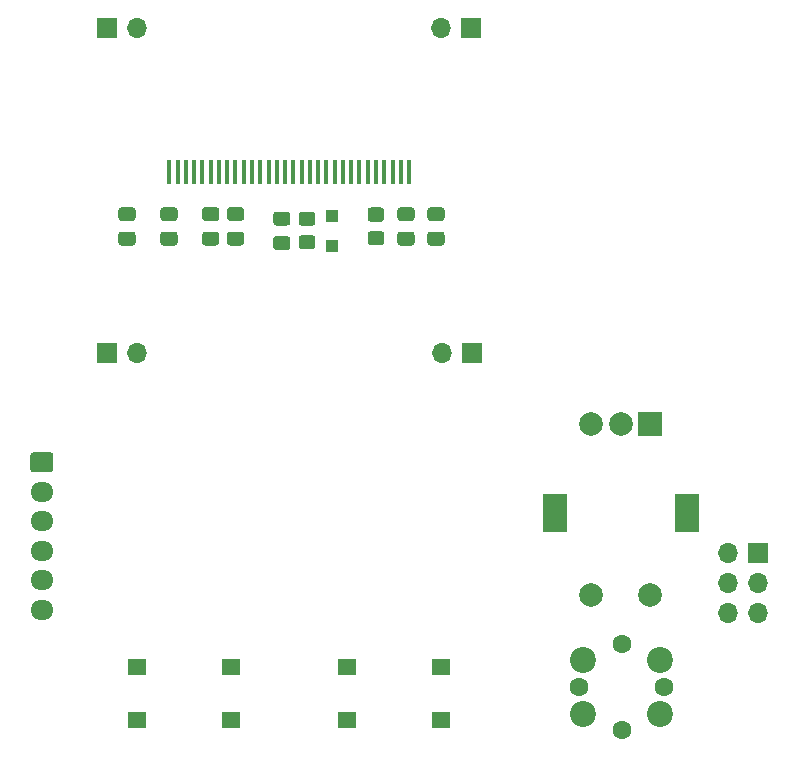
<source format=gbr>
%TF.GenerationSoftware,KiCad,Pcbnew,(5.1.8)-1*%
%TF.CreationDate,2021-01-01T19:26:51+01:00*%
%TF.ProjectId,Panel,50616e65-6c2e-46b6-9963-61645f706362,2*%
%TF.SameCoordinates,Original*%
%TF.FileFunction,Soldermask,Top*%
%TF.FilePolarity,Negative*%
%FSLAX46Y46*%
G04 Gerber Fmt 4.6, Leading zero omitted, Abs format (unit mm)*
G04 Created by KiCad (PCBNEW (5.1.8)-1) date 2021-01-01 19:26:51*
%MOMM*%
%LPD*%
G01*
G04 APERTURE LIST*
%ADD10C,1.600000*%
%ADD11C,2.200000*%
%ADD12R,1.000000X1.000000*%
%ADD13R,1.700000X1.700000*%
%ADD14O,1.700000X1.700000*%
%ADD15O,1.950000X1.700000*%
%ADD16R,2.000000X2.000000*%
%ADD17C,2.000000*%
%ADD18R,2.000000X3.200000*%
%ADD19R,1.600000X1.400000*%
%ADD20R,0.400000X2.000000*%
G04 APERTURE END LIST*
D10*
%TO.C,SW104*%
X118269200Y-114122200D03*
X125469200Y-114122200D03*
X121869200Y-117722200D03*
X121869200Y-110522200D03*
D11*
X125119200Y-111872200D03*
X118619200Y-111872200D03*
X118619200Y-116372200D03*
X125119200Y-116372200D03*
%TD*%
D12*
%TO.C,D201*%
X97307400Y-74276900D03*
X97307400Y-76776900D03*
%TD*%
D13*
%TO.C,J104*%
X109169200Y-85852000D03*
D14*
X106629200Y-85852000D03*
%TD*%
D13*
%TO.C,J101*%
X78308200Y-85852000D03*
D14*
X80848200Y-85852000D03*
%TD*%
D15*
%TO.C,J102*%
X72771000Y-107597600D03*
X72771000Y-105097600D03*
X72771000Y-102597600D03*
X72771000Y-100097600D03*
X72771000Y-97597600D03*
G36*
G01*
X72046000Y-94247600D02*
X73496000Y-94247600D01*
G75*
G02*
X73746000Y-94497600I0J-250000D01*
G01*
X73746000Y-95697600D01*
G75*
G02*
X73496000Y-95947600I-250000J0D01*
G01*
X72046000Y-95947600D01*
G75*
G02*
X71796000Y-95697600I0J250000D01*
G01*
X71796000Y-94497600D01*
G75*
G02*
X72046000Y-94247600I250000J0D01*
G01*
G37*
%TD*%
D16*
%TO.C,SW101*%
X124297440Y-91859100D03*
D17*
X121797440Y-91859100D03*
X119297440Y-91859100D03*
D18*
X127397440Y-99359100D03*
X116197440Y-99359100D03*
D17*
X124297440Y-106359100D03*
X119297440Y-106359100D03*
%TD*%
D19*
%TO.C,SW103*%
X106581200Y-112392900D03*
X98581200Y-112392900D03*
X106581200Y-116892900D03*
X98581200Y-116892900D03*
%TD*%
%TO.C,SW102*%
X88797900Y-112392900D03*
X80797900Y-112392900D03*
X88797900Y-116892900D03*
X80797900Y-116892900D03*
%TD*%
D14*
%TO.C,J103*%
X130873500Y-107823000D03*
X133413500Y-107823000D03*
X130873500Y-105283000D03*
X133413500Y-105283000D03*
X130873500Y-102743000D03*
D13*
X133413500Y-102743000D03*
%TD*%
%TO.C,C207*%
G36*
G01*
X105671600Y-75570500D02*
X106621600Y-75570500D01*
G75*
G02*
X106871600Y-75820500I0J-250000D01*
G01*
X106871600Y-76495500D01*
G75*
G02*
X106621600Y-76745500I-250000J0D01*
G01*
X105671600Y-76745500D01*
G75*
G02*
X105421600Y-76495500I0J250000D01*
G01*
X105421600Y-75820500D01*
G75*
G02*
X105671600Y-75570500I250000J0D01*
G01*
G37*
G36*
G01*
X105671600Y-73495500D02*
X106621600Y-73495500D01*
G75*
G02*
X106871600Y-73745500I0J-250000D01*
G01*
X106871600Y-74420500D01*
G75*
G02*
X106621600Y-74670500I-250000J0D01*
G01*
X105671600Y-74670500D01*
G75*
G02*
X105421600Y-74420500I0J250000D01*
G01*
X105421600Y-73745500D01*
G75*
G02*
X105671600Y-73495500I250000J0D01*
G01*
G37*
%TD*%
D14*
%TO.C,J201*%
X106578400Y-58331100D03*
D13*
X109118400Y-58331100D03*
%TD*%
%TO.C,C205*%
G36*
G01*
X92616000Y-75951500D02*
X93566000Y-75951500D01*
G75*
G02*
X93816000Y-76201500I0J-250000D01*
G01*
X93816000Y-76876500D01*
G75*
G02*
X93566000Y-77126500I-250000J0D01*
G01*
X92616000Y-77126500D01*
G75*
G02*
X92366000Y-76876500I0J250000D01*
G01*
X92366000Y-76201500D01*
G75*
G02*
X92616000Y-75951500I250000J0D01*
G01*
G37*
G36*
G01*
X92616000Y-73876500D02*
X93566000Y-73876500D01*
G75*
G02*
X93816000Y-74126500I0J-250000D01*
G01*
X93816000Y-74801500D01*
G75*
G02*
X93566000Y-75051500I-250000J0D01*
G01*
X92616000Y-75051500D01*
G75*
G02*
X92366000Y-74801500I0J250000D01*
G01*
X92366000Y-74126500D01*
G75*
G02*
X92616000Y-73876500I250000J0D01*
G01*
G37*
%TD*%
%TO.C,R202*%
G36*
G01*
X101516601Y-74720500D02*
X100616599Y-74720500D01*
G75*
G02*
X100366600Y-74470501I0J249999D01*
G01*
X100366600Y-73770499D01*
G75*
G02*
X100616599Y-73520500I249999J0D01*
G01*
X101516601Y-73520500D01*
G75*
G02*
X101766600Y-73770499I0J-249999D01*
G01*
X101766600Y-74470501D01*
G75*
G02*
X101516601Y-74720500I-249999J0D01*
G01*
G37*
G36*
G01*
X101516601Y-76720500D02*
X100616599Y-76720500D01*
G75*
G02*
X100366600Y-76470501I0J249999D01*
G01*
X100366600Y-75770499D01*
G75*
G02*
X100616599Y-75520500I249999J0D01*
G01*
X101516601Y-75520500D01*
G75*
G02*
X101766600Y-75770499I0J-249999D01*
G01*
X101766600Y-76470501D01*
G75*
G02*
X101516601Y-76720500I-249999J0D01*
G01*
G37*
%TD*%
%TO.C,C204*%
G36*
G01*
X88704400Y-75570500D02*
X89654400Y-75570500D01*
G75*
G02*
X89904400Y-75820500I0J-250000D01*
G01*
X89904400Y-76495500D01*
G75*
G02*
X89654400Y-76745500I-250000J0D01*
G01*
X88704400Y-76745500D01*
G75*
G02*
X88454400Y-76495500I0J250000D01*
G01*
X88454400Y-75820500D01*
G75*
G02*
X88704400Y-75570500I250000J0D01*
G01*
G37*
G36*
G01*
X88704400Y-73495500D02*
X89654400Y-73495500D01*
G75*
G02*
X89904400Y-73745500I0J-250000D01*
G01*
X89904400Y-74420500D01*
G75*
G02*
X89654400Y-74670500I-250000J0D01*
G01*
X88704400Y-74670500D01*
G75*
G02*
X88454400Y-74420500I0J250000D01*
G01*
X88454400Y-73745500D01*
G75*
G02*
X88704400Y-73495500I250000J0D01*
G01*
G37*
%TD*%
D14*
%TO.C,J202*%
X80797400Y-58331100D03*
D13*
X78257400Y-58331100D03*
%TD*%
%TO.C,C206*%
G36*
G01*
X103131600Y-75570500D02*
X104081600Y-75570500D01*
G75*
G02*
X104331600Y-75820500I0J-250000D01*
G01*
X104331600Y-76495500D01*
G75*
G02*
X104081600Y-76745500I-250000J0D01*
G01*
X103131600Y-76745500D01*
G75*
G02*
X102881600Y-76495500I0J250000D01*
G01*
X102881600Y-75820500D01*
G75*
G02*
X103131600Y-75570500I250000J0D01*
G01*
G37*
G36*
G01*
X103131600Y-73495500D02*
X104081600Y-73495500D01*
G75*
G02*
X104331600Y-73745500I0J-250000D01*
G01*
X104331600Y-74420500D01*
G75*
G02*
X104081600Y-74670500I-250000J0D01*
G01*
X103131600Y-74670500D01*
G75*
G02*
X102881600Y-74420500I0J250000D01*
G01*
X102881600Y-73745500D01*
G75*
G02*
X103131600Y-73495500I250000J0D01*
G01*
G37*
%TD*%
%TO.C,C202*%
G36*
G01*
X83065600Y-75570500D02*
X84015600Y-75570500D01*
G75*
G02*
X84265600Y-75820500I0J-250000D01*
G01*
X84265600Y-76495500D01*
G75*
G02*
X84015600Y-76745500I-250000J0D01*
G01*
X83065600Y-76745500D01*
G75*
G02*
X82815600Y-76495500I0J250000D01*
G01*
X82815600Y-75820500D01*
G75*
G02*
X83065600Y-75570500I250000J0D01*
G01*
G37*
G36*
G01*
X83065600Y-73495500D02*
X84015600Y-73495500D01*
G75*
G02*
X84265600Y-73745500I0J-250000D01*
G01*
X84265600Y-74420500D01*
G75*
G02*
X84015600Y-74670500I-250000J0D01*
G01*
X83065600Y-74670500D01*
G75*
G02*
X82815600Y-74420500I0J250000D01*
G01*
X82815600Y-73745500D01*
G75*
G02*
X83065600Y-73495500I250000J0D01*
G01*
G37*
%TD*%
D20*
%TO.C,J203*%
X103870400Y-70523100D03*
X103170400Y-70523100D03*
X102470400Y-70523100D03*
X101770400Y-70523100D03*
X101070400Y-70523100D03*
X100370400Y-70523100D03*
X99670400Y-70523100D03*
X98970400Y-70523100D03*
X98270400Y-70523100D03*
X97570400Y-70523100D03*
X96870400Y-70523100D03*
X96170400Y-70523100D03*
X95470400Y-70523100D03*
X94770400Y-70523100D03*
X94070400Y-70523100D03*
X93370400Y-70523100D03*
X92670400Y-70523100D03*
X91970400Y-70523100D03*
X91270400Y-70523100D03*
X90570400Y-70523100D03*
X89870400Y-70523100D03*
X89170400Y-70523100D03*
X88470400Y-70523100D03*
X87770400Y-70523100D03*
X87070400Y-70523100D03*
X86370400Y-70523100D03*
X85670400Y-70523100D03*
X84970400Y-70523100D03*
X84270400Y-70523100D03*
X83570400Y-70523100D03*
%TD*%
%TO.C,R201*%
G36*
G01*
X95674601Y-75076100D02*
X94774599Y-75076100D01*
G75*
G02*
X94524600Y-74826101I0J249999D01*
G01*
X94524600Y-74126099D01*
G75*
G02*
X94774599Y-73876100I249999J0D01*
G01*
X95674601Y-73876100D01*
G75*
G02*
X95924600Y-74126099I0J-249999D01*
G01*
X95924600Y-74826101D01*
G75*
G02*
X95674601Y-75076100I-249999J0D01*
G01*
G37*
G36*
G01*
X95674601Y-77076100D02*
X94774599Y-77076100D01*
G75*
G02*
X94524600Y-76826101I0J249999D01*
G01*
X94524600Y-76126099D01*
G75*
G02*
X94774599Y-75876100I249999J0D01*
G01*
X95674601Y-75876100D01*
G75*
G02*
X95924600Y-76126099I0J-249999D01*
G01*
X95924600Y-76826101D01*
G75*
G02*
X95674601Y-77076100I-249999J0D01*
G01*
G37*
%TD*%
%TO.C,C203*%
G36*
G01*
X86596200Y-75570500D02*
X87546200Y-75570500D01*
G75*
G02*
X87796200Y-75820500I0J-250000D01*
G01*
X87796200Y-76495500D01*
G75*
G02*
X87546200Y-76745500I-250000J0D01*
G01*
X86596200Y-76745500D01*
G75*
G02*
X86346200Y-76495500I0J250000D01*
G01*
X86346200Y-75820500D01*
G75*
G02*
X86596200Y-75570500I250000J0D01*
G01*
G37*
G36*
G01*
X86596200Y-73495500D02*
X87546200Y-73495500D01*
G75*
G02*
X87796200Y-73745500I0J-250000D01*
G01*
X87796200Y-74420500D01*
G75*
G02*
X87546200Y-74670500I-250000J0D01*
G01*
X86596200Y-74670500D01*
G75*
G02*
X86346200Y-74420500I0J250000D01*
G01*
X86346200Y-73745500D01*
G75*
G02*
X86596200Y-73495500I250000J0D01*
G01*
G37*
%TD*%
%TO.C,C201*%
G36*
G01*
X79509600Y-75570500D02*
X80459600Y-75570500D01*
G75*
G02*
X80709600Y-75820500I0J-250000D01*
G01*
X80709600Y-76495500D01*
G75*
G02*
X80459600Y-76745500I-250000J0D01*
G01*
X79509600Y-76745500D01*
G75*
G02*
X79259600Y-76495500I0J250000D01*
G01*
X79259600Y-75820500D01*
G75*
G02*
X79509600Y-75570500I250000J0D01*
G01*
G37*
G36*
G01*
X79509600Y-73495500D02*
X80459600Y-73495500D01*
G75*
G02*
X80709600Y-73745500I0J-250000D01*
G01*
X80709600Y-74420500D01*
G75*
G02*
X80459600Y-74670500I-250000J0D01*
G01*
X79509600Y-74670500D01*
G75*
G02*
X79259600Y-74420500I0J250000D01*
G01*
X79259600Y-73745500D01*
G75*
G02*
X79509600Y-73495500I250000J0D01*
G01*
G37*
%TD*%
M02*

</source>
